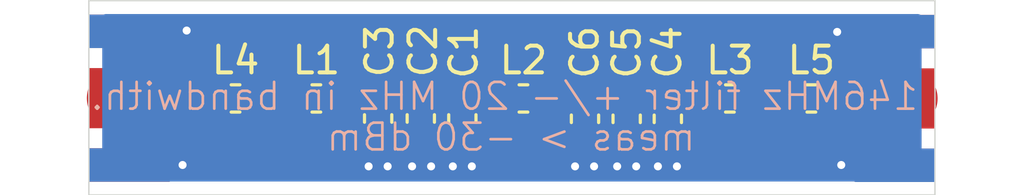
<source format=kicad_pcb>
(kicad_pcb (version 20240108) (generator "pcbnew") (generator_version "8.0")
  (layers (0 "F.Cu" signal) (31 "B.Cu" signal) (34 "B.Paste" user) (35 "F.Paste" user) (36 "B.SilkS" user "B.Silkscreen") (37 "F.SilkS" user "F.Silkscreen") (38 "B.Mask" user) (39 "F.Mask" user) (44 "Edge.Cuts" user))
  (net 0 "")
  (net 1 "GND")
  (net 2 "Net-(C1-Pad1)")
  (net 3 "Net-(C4-Pad1)")
  (net 4 "Net-(J1-In)")
  (net 5 "Net-(J2-In)")
  (net 6 "Net-(L1-Pad1)")
  (net 7 "Net-(L3-Pad2)")
  (footprint "Inductor_SMD:L_0603_1608Metric" (layer "F.Cu") (at 131.064 100.7364)
    (property "Reference" "L5" (at 0 -1.43 0) (layer "F.SilkS"))
    (property "Value" "39 nH")
    (fp_line (start -0.162779 -0.51) (end 0.162779 -0.51) (stroke (width 0.12)) (layer "F.SilkS"))
    (fp_line (start -0.162779 0.51) (end 0.162779 0.51) (stroke (width 0.12)) (layer "F.SilkS"))
    (pad "1" smd roundrect (at -0.7875 0) (size 0.875 0.95) (layers "F.Cu" "F.Paste" "F.Mask") (net 7 "Net-(L3-Pad2)"))
    (pad "2" smd roundrect (at 0.7875 0) (size 0.875 0.95) (layers "F.Cu" "F.Paste" "F.Mask") (net 5 "Net-(J2-In)"))
  )
  (footprint "Capacitor_SMD:C_0603_1608Metric" (layer "F.Cu") (at 122.5962 101.4972 -90)
    (property "Reference" "C6" (at -2.488 0.0142 90) (layer "F.SilkS"))
    (property "Value" "20 pF")
    (fp_line (start -0.14058 0.51) (end 0.14058 0.51) (stroke (width 0.12)) (layer "F.SilkS"))
    (fp_line (start -0.14058 -0.51) (end 0.14058 -0.51) (stroke (width 0.12)) (layer "F.SilkS"))
    (pad "1" smd roundrect (at -0.775 0 270) (size 0.9 0.95) (layers "F.Cu" "F.Paste" "F.Mask") (net 3 "Net-(C4-Pad1)"))
    (pad "2" smd roundrect (at 0.775 0 270) (size 0.9 0.95) (layers "F.Cu" "F.Paste" "F.Mask") (net 1 "GND"))
  )
  (footprint "Capacitor_SMD:C_0603_1608Metric" (layer "F.Cu") (at 114.8588 101.4854 -90)
    (property "Reference" "C3" (at -2.527 -0.0508 90) (layer "F.SilkS"))
    (property "Value" "20 pF")
    (fp_line (start -0.14058 0.51) (end 0.14058 0.51) (stroke (width 0.12)) (layer "F.SilkS"))
    (fp_line (start -0.14058 -0.51) (end 0.14058 -0.51) (stroke (width 0.12)) (layer "F.SilkS"))
    (pad "1" smd roundrect (at -0.775 0 270) (size 0.9 0.95) (layers "F.Cu" "F.Paste" "F.Mask") (net 2 "Net-(C1-Pad1)"))
    (pad "2" smd roundrect (at 0.775 0 270) (size 0.9 0.95) (layers "F.Cu" "F.Paste" "F.Mask") (net 1 "GND"))
  )
  (footprint "Inductor_SMD:L_0603_1608Metric" (layer "F.Cu") (at 112.5475 100.7364)
    (property "Reference" "L1" (at 0 -1.43 0) (layer "F.SilkS"))
    (property "Value" "2 nH")
    (fp_line (start -0.162779 -0.51) (end 0.162779 -0.51) (stroke (width 0.12)) (layer "F.SilkS"))
    (fp_line (start -0.162779 0.51) (end 0.162779 0.51) (stroke (width 0.12)) (layer "F.SilkS"))
    (pad "1" smd roundrect (at -0.7875 0) (size 0.875 0.95) (layers "F.Cu" "F.Paste" "F.Mask") (net 6 "Net-(L1-Pad1)"))
    (pad "2" smd roundrect (at 0.7875 0) (size 0.875 0.95) (layers "F.Cu" "F.Paste" "F.Mask") (net 2 "Net-(C1-Pad1)"))
  )
  (footprint "Capacitor_SMD:C_0603_1608Metric" (layer "F.Cu") (at 124.1552 101.4984 -90)
    (property "Reference" "C5" (at -2.4892 0 90) (layer "F.SilkS"))
    (property "Value" "1.5 pF")
    (fp_line (start -0.14058 0.51) (end 0.14058 0.51) (stroke (width 0.12)) (layer "F.SilkS"))
    (fp_line (start -0.14058 -0.51) (end 0.14058 -0.51) (stroke (width 0.12)) (layer "F.SilkS"))
    (pad "1" smd roundrect (at -0.775 0 270) (size 0.9 0.95) (layers "F.Cu" "F.Paste" "F.Mask") (net 3 "Net-(C4-Pad1)"))
    (pad "2" smd roundrect (at 0.775 0 270) (size 0.9 0.95) (layers "F.Cu" "F.Paste" "F.Mask") (net 1 "GND"))
  )
  (footprint "Capacitor_SMD:C_0603_1608Metric" (layer "F.Cu") (at 118.0084 101.4854 -90)
    (property "Reference" "C1" (at -2.4762 -0.0508 90) (layer "F.SilkS"))
    (property "Value" "0.3 pF")
    (fp_line (start -0.14058 0.51) (end 0.14058 0.51) (stroke (width 0.12)) (layer "F.SilkS"))
    (fp_line (start -0.14058 -0.51) (end 0.14058 -0.51) (stroke (width 0.12)) (layer "F.SilkS"))
    (pad "1" smd roundrect (at -0.775 0 270) (size 0.9 0.95) (layers "F.Cu" "F.Paste" "F.Mask") (net 2 "Net-(C1-Pad1)"))
    (pad "2" smd roundrect (at 0.775 0 270) (size 0.9 0.95) (layers "F.Cu" "F.Paste" "F.Mask") (net 1 "GND"))
  )
  (footprint "Inductor_SMD:L_0603_1608Metric" (layer "F.Cu") (at 128.016 100.7364)
    (property "Reference" "L3" (at 0 -1.43 0) (layer "F.SilkS"))
    (property "Value" "2 nH")
    (fp_line (start -0.162779 -0.51) (end 0.162779 -0.51) (stroke (width 0.12)) (layer "F.SilkS"))
    (fp_line (start -0.162779 0.51) (end 0.162779 0.51) (stroke (width 0.12)) (layer "F.SilkS"))
    (pad "1" smd roundrect (at -0.7875 0) (size 0.875 0.95) (layers "F.Cu" "F.Paste" "F.Mask") (net 3 "Net-(C4-Pad1)"))
    (pad "2" smd roundrect (at 0.7875 0) (size 0.875 0.95) (layers "F.Cu" "F.Paste" "F.Mask") (net 7 "Net-(L3-Pad2)"))
  )
  (footprint "sma_china:SMA_CHINA" (layer "F.Cu") (at 135.6868 100.7364 90)
    (property "Reference" "J2" (hide yes))
    (property "Value" "RF_OUT")
    (pad "1" smd rect (at 0 -1 90) (size 2.25 2) (layers "F.Cu" "F.Paste" "F.Mask") (net 5 "Net-(J2-In)"))
    (pad "2" smd rect (at -2.5 -1.5 90) (size 1.25 3) (layers "F.Cu" "F.Paste" "F.Mask") (net 1 "GND"))
    (pad "2" smd rect (at -2.5 -1.5 90) (size 1.25 3) (layers "B.Cu" "B.Paste" "B.Mask") (net 1 "GND"))
    (pad "2" smd rect (at 2.5 -1.5 90) (size 1.25 3) (layers "F.Cu" "F.Paste" "F.Mask") (net 1 "GND"))
    (pad "2" smd rect (at 2.5 -1.5 90) (size 1.25 3) (layers "B.Cu" "B.Paste" "B.Mask") (net 1 "GND"))
  )
  (footprint "Capacitor_SMD:C_0603_1608Metric" (layer "F.Cu") (at 116.4544 101.4854 -90)
    (property "Reference" "C2" (at -2.527 -0.0808 90) (layer "F.SilkS"))
    (property "Value" "1.5 pF")
    (fp_line (start -0.14058 0.51) (end 0.14058 0.51) (stroke (width 0.12)) (layer "F.SilkS"))
    (fp_line (start -0.14058 -0.51) (end 0.14058 -0.51) (stroke (width 0.12)) (layer "F.SilkS"))
    (pad "1" smd roundrect (at -0.775 0 270) (size 0.9 0.95) (layers "F.Cu" "F.Paste" "F.Mask") (net 2 "Net-(C1-Pad1)"))
    (pad "2" smd roundrect (at 0.775 0 270) (size 0.9 0.95) (layers "F.Cu" "F.Paste" "F.Mask") (net 1 "GND"))
  )
  (footprint "sma_china:SMA_CHINA" (layer "F.Cu") (at 104.0624 100.7256 -90)
    (property "Reference" "J1" (hide yes))
    (property "Value" "RF_IN")
    (pad "1" smd rect (at 0 -1 270) (size 2.25 2) (layers "F.Cu" "F.Paste" "F.Mask") (net 4 "Net-(J1-In)"))
    (pad "2" smd rect (at -2.5 -1.5 270) (size 1.25 3) (layers "F.Cu" "F.Paste" "F.Mask") (net 1 "GND"))
    (pad "2" smd rect (at -2.5 -1.5 270) (size 1.25 3) (layers "B.Cu" "B.Paste" "B.Mask") (net 1 "GND"))
    (pad "2" smd rect (at 2.5 -1.5 270) (size 1.25 3) (layers "F.Cu" "F.Paste" "F.Mask") (net 1 "GND"))
    (pad "2" smd rect (at 2.5 -1.5 270) (size 1.25 3) (layers "B.Cu" "B.Paste" "B.Mask") (net 1 "GND"))
  )
  (footprint "Inductor_SMD:L_0603_1608Metric" (layer "F.Cu") (at 109.5248 100.7364)
    (property "Reference" "L4" (at 0 -1.43 0) (layer "F.SilkS"))
    (property "Value" "39 nH")
    (fp_line (start -0.162779 -0.51) (end 0.162779 -0.51) (stroke (width 0.12)) (layer "F.SilkS"))
    (fp_line (start -0.162779 0.51) (end 0.162779 0.51) (stroke (width 0.12)) (layer "F.SilkS"))
    (pad "1" smd roundrect (at -0.7875 0) (size 0.875 0.95) (layers "F.Cu" "F.Paste" "F.Mask") (net 4 "Net-(J1-In)"))
    (pad "2" smd roundrect (at 0.7875 0) (size 0.875 0.95) (layers "F.Cu" "F.Paste" "F.Mask") (net 6 "Net-(L1-Pad1)"))
  )
  (footprint "Capacitor_SMD:C_0603_1608Metric" (layer "F.Cu") (at 125.695 101.4984 -90)
    (property "Reference" "C4" (at -2.4892 0.0158 90) (layer "F.SilkS"))
    (property "Value" "0.3 pF")
    (fp_line (start -0.14058 0.51) (end 0.14058 0.51) (stroke (width 0.12)) (layer "F.SilkS"))
    (fp_line (start -0.14058 -0.51) (end 0.14058 -0.51) (stroke (width 0.12)) (layer "F.SilkS"))
    (pad "1" smd roundrect (at -0.775 0 270) (size 0.9 0.95) (layers "F.Cu" "F.Paste" "F.Mask") (net 3 "Net-(C4-Pad1)"))
    (pad "2" smd roundrect (at 0.775 0 270) (size 0.9 0.95) (layers "F.Cu" "F.Paste" "F.Mask") (net 1 "GND"))
  )
  (footprint "Inductor_SMD:L_0603_1608Metric" (layer "F.Cu") (at 120.2944 100.7364)
    (property "Reference" "L2" (at 0 -1.43 0) (layer "F.SilkS"))
    (property "Value" "82 nH")
    (fp_line (start -0.162779 -0.51) (end 0.162779 -0.51) (stroke (width 0.12)) (layer "F.SilkS"))
    (fp_line (start -0.162779 0.51) (end 0.162779 0.51) (stroke (width 0.12)) (layer "F.SilkS"))
    (pad "1" smd roundrect (at -0.7875 0) (size 0.875 0.95) (layers "F.Cu" "F.Paste" "F.Mask") (net 2 "Net-(C1-Pad1)"))
    (pad "2" smd roundrect (at 0.7875 0) (size 0.875 0.95) (layers "F.Cu" "F.Paste" "F.Mask") (net 3 "Net-(C4-Pad1)"))
  )
  (gr_line (start 135.6868 97.0788) (end 135.6868 104.3432) (stroke (width 0.05)) (layer "Edge.Cuts"))
  (gr_line (start 104.0384 97.0788) (end 104.0384 104.3432) (stroke (width 0.05)) (layer "Edge.Cuts"))
  (gr_line (start 104.0384 104.3432) (end 135.6868 104.3432) (stroke (width 0.05)) (layer "Edge.Cuts"))
  (gr_line (start 104.0384 97.0788) (end 135.6868 97.0788) (stroke (width 0.05)) (layer "Edge.Cuts"))
  (gr_text "146MHz filter +/- 20 MHz in bandwith." (at 135.128 101.2444 0) (layer "B.SilkS") (effects (font (size 1 1) (thickness 0.1)) (justify left bottom mirror)))
  (gr_text "meas > -30 dBm" (at 126.7968 102.7684 0) (layer "B.SilkS") (effects (font (size 1 1) (thickness 0.1)) (justify left bottom mirror)))
  (segment (start 105.5624 103.2256) (end 107.5436 103.2256) (width 1) (layer "F.Cu") (net 1))
  (segment (start 105.5624 98.2256) (end 107.6668 98.2256) (width 1) (layer "F.Cu") (net 1))
  (segment (start 116.4844 102.9208) (end 116.84 103.2764) (width 0.2) (layer "F.Cu") (net 1))
  (segment (start 124.1552 102.2604) (end 124.1552 102.9208) (width 0.2) (layer "F.Cu") (net 1))
  (segment (start 116.4844 102.9208) (end 116.1288 103.2764) (width 0.2) (layer "F.Cu") (net 1))
  (segment (start 132.1924 103.2364) (end 132.1816 103.2256) (width 1) (layer "F.Cu") (net 1))
  (segment (start 124.1552 102.9208) (end 123.7996 103.2764) (width 0.2) (layer "F.Cu") (net 1))
  (segment (start 107.6668 98.2256) (end 107.696 98.1964) (width 1) (layer "F.Cu") (net 1))
  (segment (start 114.8588 102.9208) (end 114.5032 103.2764) (width 0.2) (layer "F.Cu") (net 1))
  (segment (start 118.0084 102.2604) (end 118.0084 102.9208) (width 0.2) (layer "F.Cu") (net 1))
  (segment (start 124.1552 102.9208) (end 124.5108 103.2764) (width 0.2) (layer "F.Cu") (net 1))
  (segment (start 118.0084 102.9208) (end 117.6528 103.2764) (width 0.2) (layer "F.Cu") (net 1))
  (segment (start 125.6792 102.2604) (end 125.6792 102.9208) (width 0.2) (layer "F.Cu") (net 1))
  (segment (start 122.5804 102.2604) (end 122.5804 102.9208) (width 0.2) (layer "F.Cu") (net 1))
  (segment (start 125.6792 102.9208) (end 125.3236 103.2764) (width 0.2) (layer "F.Cu") (net 1))
  (segment (start 114.8588 102.9208) (end 115.2144 103.2764) (width 0.2) (layer "F.Cu") (net 1))
  (segment (start 122.5804 102.9208) (end 122.2248 103.2764) (width 0.2) (layer "F.Cu") (net 1))
  (segment (start 114.8588 102.2604) (end 114.8588 102.9208) (width 0.2) (layer "F.Cu") (net 1))
  (segment (start 116.4844 102.2604) (end 116.4844 102.9208) (width 0.2) (layer "F.Cu") (net 1))
  (segment (start 125.6792 102.9208) (end 126.0348 103.2764) (width 0.2) (layer "F.Cu") (net 1))
  (segment (start 122.5804 102.9208) (end 122.936 103.2764) (width 0.2) (layer "F.Cu") (net 1))
  (segment (start 134.1868 98.2364) (end 132.04 98.2364) (width 1) (layer "F.Cu") (net 1))
  (segment (start 134.1868 103.2364) (end 132.1924 103.2364) (width 1) (layer "F.Cu") (net 1))
  (segment (start 118.0084 102.9208) (end 118.364 103.2764) (width 0.2) (layer "F.Cu") (net 1))
  (segment (start 132.04 98.2364) (end 132.0292 98.2472) (width 1) (layer "F.Cu") (net 1))
  (via (at 118.364 103.2764) (size 0.6) (drill 0.3) (layers "F.Cu" "B.Cu") (net 1))
  (via (at 116.84 103.2764) (size 0.6) (drill 0.3) (layers "F.Cu" "B.Cu") (net 1))
  (via (at 117.6528 103.2764) (size 0.6) (drill 0.3) (layers "F.Cu" "B.Cu") (net 1))
  (via (at 116.1288 103.2764) (size 0.6) (drill 0.3) (layers "F.Cu" "B.Cu") (net 1))
  (via (at 132.1816 103.2256) (size 0.6) (drill 0.3) (layers "F.Cu" "B.Cu") (net 1))
  (via (at 124.5108 103.2764) (size 0.6) (drill 0.3) (layers "F.Cu" "B.Cu") (net 1))
  (via (at 114.5032 103.2764) (size 0.6) (drill 0.3) (layers "F.Cu" "B.Cu") (net 1))
  (via (at 122.936 103.2764) (size 0.6) (drill 0.3) (layers "F.Cu" "B.Cu") (net 1))
  (via (at 125.3236 103.2764) (size 0.6) (drill 0.3) (layers "F.Cu" "B.Cu") (net 1))
  (via (at 122.2248 103.2764) (size 0.6) (drill 0.3) (layers "F.Cu" "B.Cu") (net 1))
  (via (at 107.696 98.1964) (size 0.6) (drill 0.3) (layers "F.Cu" "B.Cu") (net 1))
  (via (at 132.0292 98.2472) (size 0.6) (drill 0.3) (layers "F.Cu" "B.Cu") (net 1))
  (via (at 123.7996 103.2764) (size 0.6) (drill 0.3) (layers "F.Cu" "B.Cu") (net 1))
  (via (at 126.0348 103.2764) (size 0.6) (drill 0.3) (layers "F.Cu" "B.Cu") (net 1))
  (via (at 107.5436 103.2256) (size 0.6) (drill 0.3) (layers "F.Cu" "B.Cu") (net 1))
  (via (at 115.2144 103.2764) (size 0.6) (drill 0.3) (layers "F.Cu" "B.Cu") (net 1))
  (segment (start 113.335 100.7364) (end 117.9824 100.7364) (width 1) (layer "F.Cu") (net 2))
  (segment (start 119.5069 100.7364) (end 118.0344 100.7364) (width 1) (layer "F.Cu") (net 2))
  (segment (start 117.9824 100.7364) (end 118.0084 100.7104) (width 1) (layer "F.Cu") (net 2))
  (segment (start 118.0344 100.7364) (end 118.0084 100.7104) (width 1) (layer "F.Cu") (net 2))
  (segment (start 125.695 100.7234) (end 127.2155 100.7234) (width 1) (layer "F.Cu") (net 3))
  (segment (start 125.682 100.7364) (end 125.695 100.7234) (width 1) (layer "F.Cu") (net 3))
  (segment (start 121.0819 100.7364) (end 125.682 100.7364) (width 1) (layer "F.Cu") (net 3))
  (segment (start 127.2155 100.7234) (end 127.2285 100.7364) (width 1) (layer "F.Cu") (net 3))
  (segment (start 105.0624 100.7256) (end 108.1424 100.7256) (width 2.2) (layer "F.Cu") (net 4))
  (segment (start 108.1424 100.7256) (end 108.1532 100.7364) (width 2.2) (layer "F.Cu") (net 4))
  (segment (start 134.6868 100.7364) (end 132.4864 100.7364) (width 2.2) (layer "F.Cu") (net 5))
  (segment (start 110.3123 100.7364) (end 111.76 100.7364) (width 1) (layer "F.Cu") (net 6))
  (segment (start 128.8035 100.7364) (end 130.2765 100.7364) (width 1) (layer "F.Cu") (net 7))
  (zone (net 1) (net_name "GND") (layer "F.Cu") (connect_pads yes (clearance 0)) (min_thickness 0.25) (fill yes (thermal_gap 0.5) (thermal_bridge_width 0.5))
    (polygon (pts (xy 122.0724 101.7524) (xy 126.238 101.7524) (xy 126.238 102.7684) (xy 126.6952 103.5812) (xy 121.666 103.5812) (xy 122.0724 102.7684)))
  )
  (zone (net 1) (net_name "GND") (layer "F.Cu") (connect_pads yes (clearance 0)) (min_thickness 0.25) (fill yes (thermal_gap 0.5) (thermal_bridge_width 0.5))
    (polygon (pts (xy 114.3508 101.7524) (xy 118.5164 101.7524) (xy 118.5164 102.7684) (xy 118.9736 103.5812) (xy 113.9444 103.5812) (xy 114.3508 102.7684)))
  )
  (zone (net 1) (net_name "GND") (layer "B.Cu") (priority 1) (connect_pads yes (clearance 0)) (min_thickness 0.25) (fill yes (thermal_gap 0.5) (thermal_bridge_width 0.5))
    (polygon (pts (xy 104.0384 97.0788) (xy 135.6868 97.0788) (xy 135.6868 104.3432) (xy 104.0384 104.3432)))
  )
)
</source>
